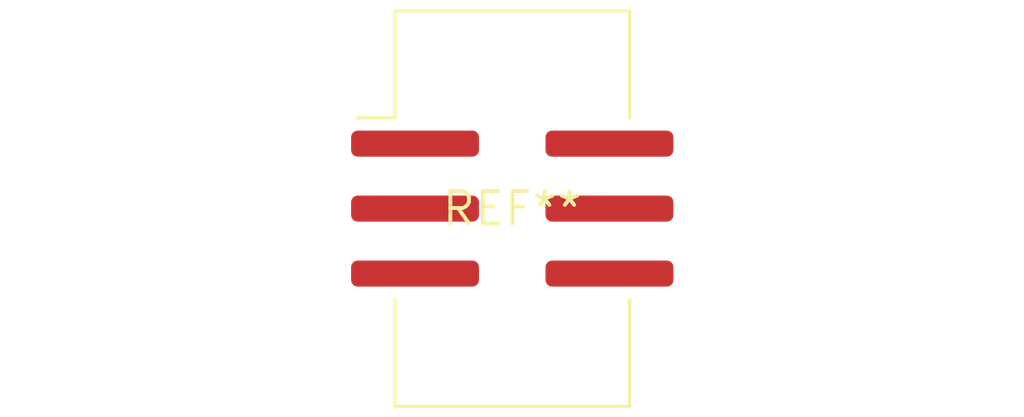
<source format=kicad_pcb>
(kicad_pcb (version 20240108) (generator pcbnew)
  (layers (0 "F.Cu" signal) (31 "B.Cu" signal) (34 "B.Paste" user) (35 "F.Paste" user) (36 "B.SilkS" user "B.Silkscreen") (37 "F.SilkS" user "F.Silkscreen") (38 "B.Mask" user) (39 "F.Mask" user) (44 "Edge.Cuts" user))
  (net 0 "")
  (footprint "IDC-Header_2x03_P2.54mm_Vertical_SMD" (layer "F.Cu") (at 0 0)
    (property "Reference" "REF**")
    (property "Value" "IDC-Header_2x03_P2.54mm_Vertical_SMD")
    (fp_line (start -4.585 -7.73) (end 4.585 -7.73) (layer "F.SilkS") (stroke (width 0.12)))
    (fp_line (start -4.585 -3.55) (end -6.085 -3.55) (layer "F.SilkS") (stroke (width 0.12)))
    (fp_line (start -4.585 -3.55) (end -4.585 -7.73) (layer "F.SilkS") (stroke (width 0.12)))
    (fp_line (start -4.585 3.55) (end -4.585 7.73) (layer "F.SilkS") (stroke (width 0.12)))
    (fp_line (start -4.585 7.73) (end 4.585 7.73) (layer "F.SilkS") (stroke (width 0.12)))
    (fp_line (start 4.585 -7.73) (end 4.585 -3.55) (layer "F.SilkS") (stroke (width 0.12)))
    (fp_line (start 4.585 7.73) (end 4.585 3.55) (layer "F.SilkS") (stroke (width 0.12)))
    (pad "1" smd roundrect (at -3.8 -2.54) (size 5 1.02) (layers "F.Cu" "F.Paste" "F.Mask"))
    (pad "2" smd roundrect (at 3.8 -2.54) (size 5 1.02) (layers "F.Cu" "F.Paste" "F.Mask"))
    (pad "3" smd roundrect (at -3.8 0) (size 5 1.02) (layers "F.Cu" "F.Paste" "F.Mask"))
    (pad "4" smd roundrect (at 3.8 0) (size 5 1.02) (layers "F.Cu" "F.Paste" "F.Mask"))
    (pad "5" smd roundrect (at -3.8 2.54) (size 5 1.02) (layers "F.Cu" "F.Paste" "F.Mask"))
    (pad "6" smd roundrect (at 3.8 2.54) (size 5 1.02) (layers "F.Cu" "F.Paste" "F.Mask"))
  )
)
</source>
